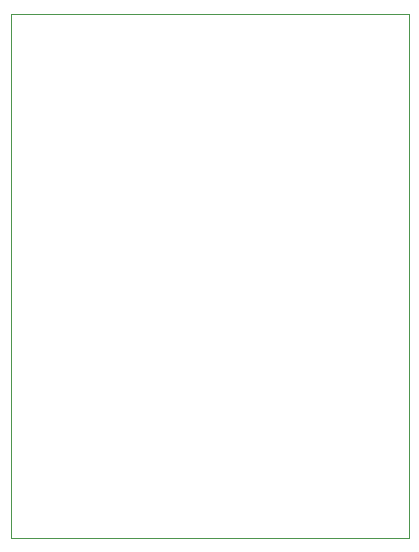
<source format=gbr>
%TF.GenerationSoftware,KiCad,Pcbnew,7.0.8*%
%TF.CreationDate,2024-01-02T21:20:11-06:00*%
%TF.ProjectId,Clock1_v3,436c6f63-6b31-45f7-9633-2e6b69636164,rev?*%
%TF.SameCoordinates,Original*%
%TF.FileFunction,Profile,NP*%
%FSLAX46Y46*%
G04 Gerber Fmt 4.6, Leading zero omitted, Abs format (unit mm)*
G04 Created by KiCad (PCBNEW 7.0.8) date 2024-01-02 21:20:11*
%MOMM*%
%LPD*%
G01*
G04 APERTURE LIST*
%TA.AperFunction,Profile*%
%ADD10C,0.100000*%
%TD*%
G04 APERTURE END LIST*
D10*
X138750000Y-68500000D02*
X172450000Y-68500000D01*
X172450000Y-112900000D01*
X138750000Y-112900000D01*
X138750000Y-68500000D01*
M02*

</source>
